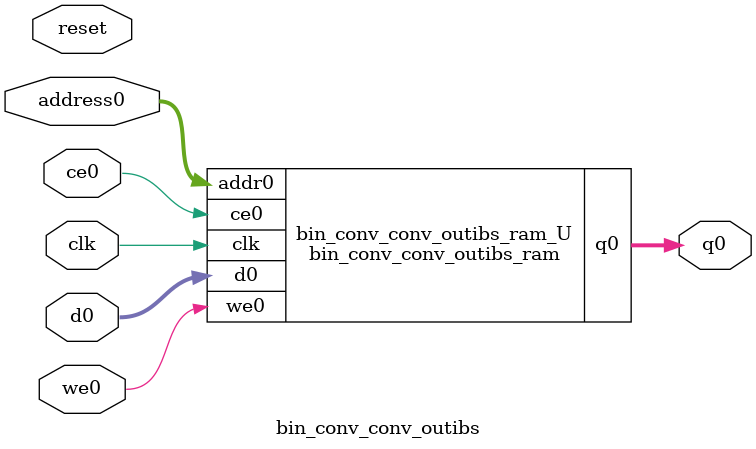
<source format=v>
`timescale 1 ns / 1 ps
module bin_conv_conv_outibs_ram (addr0, ce0, d0, we0, q0,  clk);

parameter DWIDTH = 5;
parameter AWIDTH = 7;
parameter MEM_SIZE = 128;

input[AWIDTH-1:0] addr0;
input ce0;
input[DWIDTH-1:0] d0;
input we0;
output reg[DWIDTH-1:0] q0;
input clk;

(* ram_style = "distributed" *)reg [DWIDTH-1:0] ram[0:MEM_SIZE-1];




always @(posedge clk)  
begin 
    if (ce0) 
    begin
        if (we0) 
        begin 
            ram[addr0] <= d0; 
        end 
        q0 <= ram[addr0];
    end
end


endmodule

`timescale 1 ns / 1 ps
module bin_conv_conv_outibs(
    reset,
    clk,
    address0,
    ce0,
    we0,
    d0,
    q0);

parameter DataWidth = 32'd5;
parameter AddressRange = 32'd128;
parameter AddressWidth = 32'd7;
input reset;
input clk;
input[AddressWidth - 1:0] address0;
input ce0;
input we0;
input[DataWidth - 1:0] d0;
output[DataWidth - 1:0] q0;



bin_conv_conv_outibs_ram bin_conv_conv_outibs_ram_U(
    .clk( clk ),
    .addr0( address0 ),
    .ce0( ce0 ),
    .we0( we0 ),
    .d0( d0 ),
    .q0( q0 ));

endmodule


</source>
